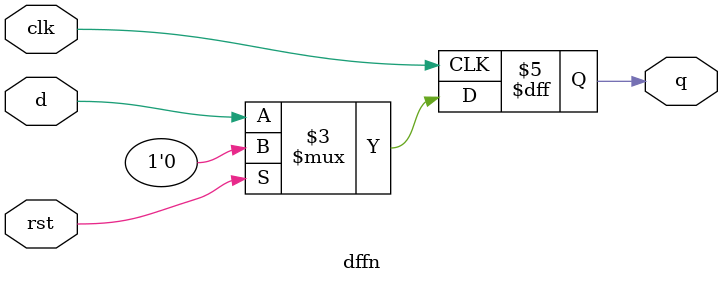
<source format=sv>
module dffn (q, d, clk, rst);
output q;
input d, clk, rst;
reg q;
always @(posedge clk)
if (rst) q <= 1'b0;
else q <= d;
endmodule

// If an engineer is willing to limit all modules to a single always block, 
// blocking assignments can be used to correctly model, simulate and synthesize
// the desired logic. Unfortunately this reasoning leads to the habit of placing 
// blocking assignments in other, more complex sequential always blocks that will 
// exhibit the race conditions

</source>
